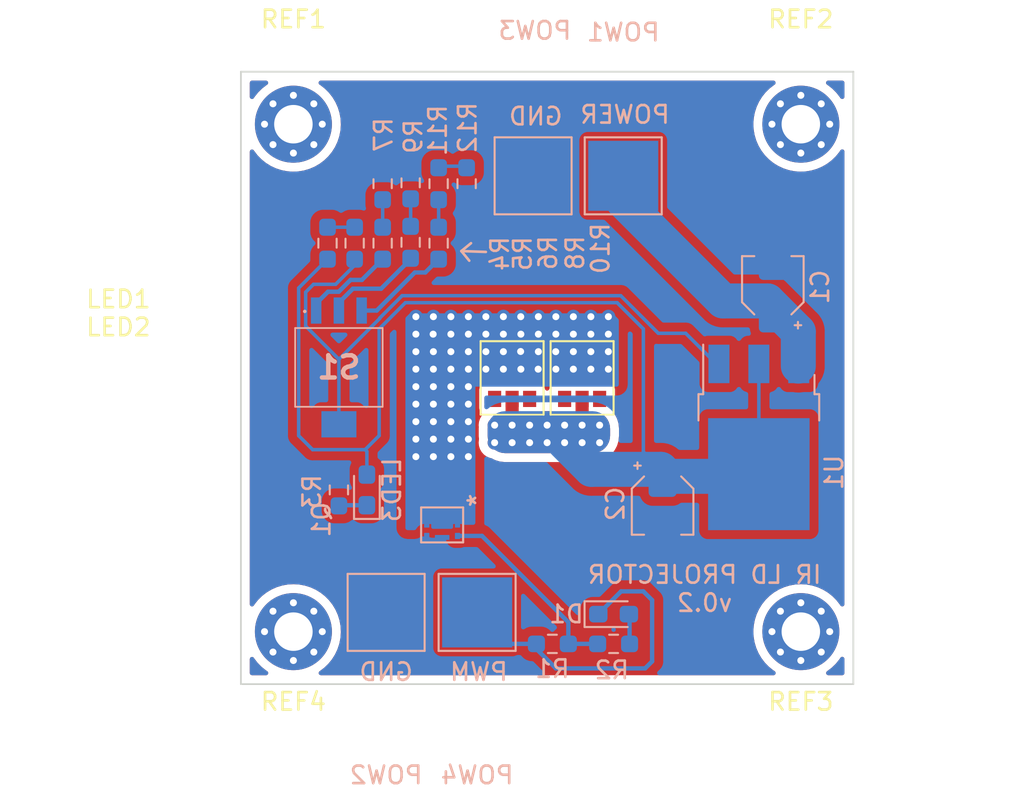
<source format=kicad_pcb>
(kicad_pcb (version 20211014) (generator pcbnew)
  (layers (0 "F.Cu" signal) (31 "B.Cu" signal) (34 "B.Paste" user) (35 "F.Paste" user) (36 "B.SilkS" user "B.Silkscreen") (37 "F.SilkS" user "F.Silkscreen") (38 "B.Mask" user) (39 "F.Mask" user) (44 "Edge.Cuts" user))
  (net 0 "")
  (net 1 "GND")
  (net 2 "Net-(R4-Pad2)")
  (net 3 "Net-(R5-Pad2)")
  (net 4 "Net-(R6-Pad2)")
  (net 5 "Net-(R8-Pad2)")
  (net 6 "Net-(R10-Pad2)")
  (net 7 "Net-(R11-Pad2)")
  (net 8 "/2,4V")
  (net 9 "/2,6V")
  (net 10 "/2,8V")
  (net 11 "/POWER_IN")
  (net 12 "/PWM_IN")
  (net 17 "Net-(R1-Pad2)")
  (net 18 "/IN")
  (net 19 "/OUT")
  (net 20 "Net-(D1-Pad2)")
  (net 21 "Net-(LED3-Pad1)")
  (footprint "MountingHole:MountingHole_2.2mm_M2_Pad_Via" (layer "F.Cu") (at 103 132)
    (fp_text reference "REF4" (at 0 4) (layer "F.SilkS"))
    (fp_text value "MountingHole_2.2mm_M2_Pad_Via")
    (pad "1" thru_hole circle locked (at 1.166726 -1.166726) (size 0.7 0.7) (drill 0.4) (layers *.Cu *.Mask))
    (pad "1" thru_hole circle locked (at -1.65 0) (size 0.7 0.7) (drill 0.4) (layers *.Cu *.Mask))
    (pad "1" thru_hole circle locked (at 0 1.65) (size 0.7 0.7) (drill 0.4) (layers *.Cu *.Mask))
    (pad "1" thru_hole circle locked (at 1.65 0) (size 0.7 0.7) (drill 0.4) (layers *.Cu *.Mask))
    (pad "1" thru_hole circle locked (at 0 -1.65) (size 0.7 0.7) (drill 0.4) (layers *.Cu *.Mask))
    (pad "1" thru_hole circle locked (at 1.166726 1.166726) (size 0.7 0.7) (drill 0.4) (layers *.Cu *.Mask))
    (pad "1" thru_hole circle locked (at -1.166726 1.166726) (size 0.7 0.7) (drill 0.4) (layers *.Cu *.Mask))
    (pad "1" thru_hole circle locked (at -1.166726 -1.166726) (size 0.7 0.7) (drill 0.4) (layers *.Cu *.Mask))
    (pad "1" thru_hole circle locked (at 0 0) (size 4.4 4.4) (drill 2.2) (layers *.Cu *.Mask))
  )
  (footprint "MountingHole:MountingHole_2.2mm_M2_Pad_Via" (layer "F.Cu") (at 103 103)
    (fp_text reference "REF1" (at 0 -6) (layer "F.SilkS"))
    (fp_text value "MountingHole_2.2mm_M2_Pad_Via")
    (pad "1" thru_hole circle locked (at 0 0) (size 4.4 4.4) (drill 2.2) (layers *.Cu *.Mask))
    (pad "1" thru_hole circle locked (at -1.65 0) (size 0.7 0.7) (drill 0.4) (layers *.Cu *.Mask))
    (pad "1" thru_hole circle locked (at -1.166726 1.166726) (size 0.7 0.7) (drill 0.4) (layers *.Cu *.Mask))
    (pad "1" thru_hole circle locked (at 1.65 0) (size 0.7 0.7) (drill 0.4) (layers *.Cu *.Mask))
    (pad "1" thru_hole circle locked (at 0 1.65) (size 0.7 0.7) (drill 0.4) (layers *.Cu *.Mask))
    (pad "1" thru_hole circle locked (at 0 -1.65) (size 0.7 0.7) (drill 0.4) (layers *.Cu *.Mask))
    (pad "1" thru_hole circle locked (at -1.166726 -1.166726) (size 0.7 0.7) (drill 0.4) (layers *.Cu *.Mask))
    (pad "1" thru_hole circle locked (at 1.166726 -1.166726) (size 0.7 0.7) (drill 0.4) (layers *.Cu *.Mask))
    (pad "1" thru_hole circle locked (at 1.166726 1.166726) (size 0.7 0.7) (drill 0.4) (layers *.Cu *.Mask))
  )
  (footprint "Belago1.1:Belago1.1" (layer "F.Cu") (at 119.5 117.5)
    (fp_text reference "LED2" (at -26.5 -2.9 unlocked) (layer "F.SilkS"))
    (fp_text value "Belago1.1")
    (fp_line (start 1.8 2.1) (end 1.8 -2.1) (layer "F.SilkS") (width 0.12))
    (fp_line (start -1.8 -2.1) (end 1.8 -2.1) (layer "F.SilkS") (width 0.12))
    (fp_line (start -1.8 2.1) (end 1.8 2.1) (layer "F.SilkS") (width 0.1))
    (fp_line (start -1.8 2.1) (end -1.8 -2.1) (layer "F.SilkS") (width 0.12))
    (pad "1" smd rect (at -1 1.2) (size 0.75 0.925) (layers "F.Cu" "F.Paste" "F.Mask"))
    (pad "2" smd rect (at 0 1.2) (size 0.75 0.925) (layers "F.Cu" "F.Paste" "F.Mask") (net 18 "/IN"))
    (pad "3" smd rect (at 1 1.2) (size 0.75 0.925) (layers "F.Cu" "F.Paste" "F.Mask"))
    (pad "4" smd rect (at 0 -0.6) (size 2.8 2.025) (layers "F.Cu" "F.Paste" "F.Mask") (net 19 "/OUT"))
  )
  (footprint "MountingHole:MountingHole_2.2mm_M2_Pad_Via" (layer "F.Cu") (at 132 132)
    (fp_text reference "REF3" (at 0 4) (layer "F.SilkS"))
    (fp_text value "MountingHole_2.2mm_M2_Pad_Via")
    (pad "1" thru_hole circle locked (at 0 -1.65) (size 0.7 0.7) (drill 0.4) (layers *.Cu *.Mask))
    (pad "1" thru_hole circle locked (at 1.166726 -1.166726) (size 0.7 0.7) (drill 0.4) (layers *.Cu *.Mask))
    (pad "1" thru_hole circle locked (at 1.65 0) (size 0.7 0.7) (drill 0.4) (layers *.Cu *.Mask))
    (pad "1" thru_hole circle locked (at 1.166726 1.166726) (size 0.7 0.7) (drill 0.4) (layers *.Cu *.Mask))
    (pad "1" thru_hole circle locked (at -1.166726 1.166726) (size 0.7 0.7) (drill 0.4) (layers *.Cu *.Mask))
    (pad "1" thru_hole circle locked (at 0 0) (size 4.4 4.4) (drill 2.2) (layers *.Cu *.Mask))
    (pad "1" thru_hole circle locked (at -1.65 0) (size 0.7 0.7) (drill 0.4) (layers *.Cu *.Mask))
    (pad "1" thru_hole circle locked (at -1.166726 -1.166726) (size 0.7 0.7) (drill 0.4) (layers *.Cu *.Mask))
    (pad "1" thru_hole circle locked (at 0 1.65) (size 0.7 0.7) (drill 0.4) (layers *.Cu *.Mask))
  )
  (footprint "Belago1.1:Belago1.1" (layer "F.Cu") (at 115.5 117.5)
    (fp_text reference "LED1" (at -22.5 -4.5 unlocked) (layer "F.SilkS"))
    (fp_text value "Belago1.1")
    (fp_line (start 1.8 2.1) (end 1.8 -2.1) (layer "F.SilkS") (width 0.12))
    (fp_line (start -1.8 2.1) (end -1.8 -2.1) (layer "F.SilkS") (width 0.12))
    (fp_line (start -1.8 2.1) (end 1.8 2.1) (layer "F.SilkS") (width 0.1))
    (fp_line (start -1.8 -2.1) (end 1.8 -2.1) (layer "F.SilkS") (width 0.12))
    (pad "1" smd rect (at -1 1.2) (size 0.75 0.925) (layers "F.Cu" "F.Paste" "F.Mask"))
    (pad "2" smd rect (at 0 1.2) (size 0.75 0.925) (layers "F.Cu" "F.Paste" "F.Mask") (net 18 "/IN"))
    (pad "3" smd rect (at 1 1.2) (size 0.75 0.925) (layers "F.Cu" "F.Paste" "F.Mask"))
    (pad "4" smd rect (at 0 -0.6) (size 2.8 2.025) (layers "F.Cu" "F.Paste" "F.Mask") (net 19 "/OUT"))
  )
  (footprint "MountingHole:MountingHole_2.2mm_M2_Pad_Via" (layer "F.Cu") (at 132 103)
    (fp_text reference "REF2" (at 0 -6) (layer "F.SilkS"))
    (fp_text value "MountingHole_2.2mm_M2_Pad_Via")
    (pad "1" thru_hole circle locked (at -1.166726 -1.166726) (size 0.7 0.7) (drill 0.4) (layers *.Cu *.Mask))
    (pad "1" thru_hole circle locked (at 1.166726 1.166726) (size 0.7 0.7) (drill 0.4) (layers *.Cu *.Mask))
    (pad "1" thru_hole circle locked (at 1.166726 -1.166726) (size 0.7 0.7) (drill 0.4) (layers *.Cu *.Mask))
    (pad "1" thru_hole circle locked (at -1.166726 1.166726) (size 0.7 0.7) (drill 0.4) (layers *.Cu *.Mask))
    (pad "1" thru_hole circle locked (at 0 0) (size 4.4 4.4) (drill 2.2) (layers *.Cu *.Mask))
    (pad "1" thru_hole circle locked (at 0 -1.65) (size 0.7 0.7) (drill 0.4) (layers *.Cu *.Mask))
    (pad "1" thru_hole circle locked (at 0 1.65) (size 0.7 0.7) (drill 0.4) (layers *.Cu *.Mask))
    (pad "1" thru_hole circle locked (at 1.65 0) (size 0.7 0.7) (drill 0.4) (layers *.Cu *.Mask))
    (pad "1" thru_hole circle locked (at -1.65 0) (size 0.7 0.7) (drill 0.4) (layers *.Cu *.Mask))
  )
  (footprint "Resistor_SMD:R_0603_1608Metric_Pad0.98x0.95mm_HandSolder" (layer "B.Cu") (at 109.7 109.75 90)
    (fp_text reference "R8" (at -0.6 9.4 270) (layer "B.SilkS") (effects (justify mirror)))
    (fp_text value "1k")
    (fp_line (start -0.254724 -0.5225) (end 0.254724 -0.5225) (layer "B.SilkS") (width 0.12))
    (fp_line (start -0.254724 0.5225) (end 0.254724 0.5225) (layer "B.SilkS") (width 0.12))
    (pad "1" smd roundrect locked (at -0.9125 0 90) (size 0.975 0.95) (layers "B.Cu" "B.Paste" "B.Mask") (net 9 "/2,6V"))
    (pad "2" smd roundrect locked (at 0.9125 0 90) (size 0.975 0.95) (layers "B.Cu" "B.Paste" "B.Mask") (net 5 "Net-(R8-Pad2)"))
  )
  (footprint "Resistor_SMD:R_0603_1608Metric_Pad0.98x0.95mm_HandSolder" (layer "B.Cu") (at 121.3 132.7 180)
    (fp_text reference "R2" (at 0.1 -1.5) (layer "B.SilkS") (effects (justify mirror)))
    (fp_text value "0")
    (fp_line (start -0.254724 -0.5225) (end 0.254724 -0.5225) (layer "B.SilkS") (width 0.12))
    (fp_line (start -0.254724 0.5225) (end 0.254724 0.5225) (layer "B.SilkS") (width 0.12))
    (pad "1" smd roundrect locked (at -0.9125 0 180) (size 0.975 0.95) (layers "B.Cu" "B.Paste" "B.Mask") (net 20 "Net-(D1-Pad2)"))
    (pad "2" smd roundrect locked (at 0.9125 0 180) (size 0.975 0.95) (layers "B.Cu" "B.Paste" "B.Mask") (net 17 "Net-(R1-Pad2)"))
  )
  (footprint "Resistor_SMD:R_0603_1608Metric_Pad0.98x0.95mm_HandSolder" (layer "B.Cu") (at 111.3 106.4 90)
    (fp_text reference "R11" (at 3.05 -0.05 270) (layer "B.SilkS") (effects (justify mirror)))
    (fp_text value "200")
    (fp_line (start -0.254724 -0.5225) (end 0.254724 -0.5225) (layer "B.SilkS") (width 0.12))
    (fp_line (start -0.254724 0.5225) (end 0.254724 0.5225) (layer "B.SilkS") (width 0.12))
    (pad "1" smd roundrect locked (at -0.9125 0 90) (size 0.975 0.95) (layers "B.Cu" "B.Paste" "B.Mask") (net 6 "Net-(R10-Pad2)"))
    (pad "2" smd roundrect locked (at 0.9125 0 90) (size 0.975 0.95) (layers "B.Cu" "B.Paste" "B.Mask") (net 7 "Net-(R11-Pad2)"))
  )
  (footprint "Diode_SMD:D_0603_1608Metric_Pad1.05x0.95mm_HandSolder" (layer "B.Cu") (at 107.2 123.9 90)
    (fp_text reference "LED3" (at 0 1.43 90) (layer "B.SilkS") (effects (justify mirror)))
    (fp_text value "GREEN")
    (fp_line (start -1.66 0.735) (end -1.66 -0.735) (layer "B.SilkS") (width 0.12))
    (fp_line (start -1.66 -0.735) (end 0.8 -0.735) (layer "B.SilkS") (width 0.12))
    (fp_line (start 0.8 0.735) (end -1.66 0.735) (layer "B.SilkS") (width 0.12))
    (pad "1" smd roundrect locked (at -0.875 0 90) (size 1.05 0.95) (layers "B.Cu" "B.Paste" "B.Mask") (net 21 "Net-(LED3-Pad1)"))
    (pad "2" smd roundrect locked (at 0.875 0 90) (size 1.05 0.95) (layers "B.Cu" "B.Paste" "B.Mask") (net 18 "/IN"))
  )
  (footprint "Resistor_SMD:R_0603_1608Metric_Pad0.98x0.95mm_HandSolder" (layer "B.Cu") (at 117.8 132.7)
    (fp_text reference "R1" (at 0 1.43) (layer "B.SilkS") (effects (justify mirror)))
    (fp_text value "1k")
    (fp_line (start -0.254724 0.5225) (end 0.254724 0.5225) (layer "B.SilkS") (width 0.12))
    (fp_line (start -0.254724 -0.5225) (end 0.254724 -0.5225) (layer "B.SilkS") (width 0.12))
    (pad "1" smd roundrect locked (at -0.9125 0) (size 0.975 0.95) (layers "B.Cu" "B.Paste" "B.Mask") (net 12 "/PWM_IN"))
    (pad "2" smd roundrect locked (at 0.9125 0) (size 0.975 0.95) (layers "B.Cu" "B.Paste" "B.Mask") (net 17 "Net-(R1-Pad2)"))
  )
  (footprint "footprints:TestPoint_Pad_4.0x4.0mm" (layer "B.Cu") (at 121.85 105.95 180)
    (fp_text reference "POW1" (at 0 8.2) (layer "B.SilkS") (effects (justify mirror)))
    (fp_text value "TestPoint_Flag")
    (fp_line (start -2.2 2.2) (end 2.2 2.2) (layer "B.SilkS") (width 0.12))
    (fp_line (start 2.2 -2.2) (end -2.2 -2.2) (layer "B.SilkS") (width 0.12))
    (fp_line (start 2.2 2.2) (end 2.2 -2.2) (layer "B.SilkS") (width 0.12))
    (fp_line (start -2.2 -2.2) (end -2.2 2.2) (layer "B.SilkS") (width 0.12))
    (pad "1" smd rect locked (at 0 0 180) (size 4 4) (layers "B.Cu" "B.Mask") (net 11 "/POWER_IN"))
  )
  (footprint "IRL100HS121:PQFN 2mm x 2mm" (layer "B.Cu") (at 111.5 125.6 -90)
    (fp_text reference "Q1" (at 0 6.9 90 unlocked) (layer "B.SilkS") (effects (justify mirror)))
    (fp_text value "Q_NMOS_DGS")
    (fp_text user "*" (at -1.1 -2 90 unlocked) (layer "B.SilkS") (effects (justify mirror)))
    (fp_line (start -0.7 -1.2) (end -0.7 1.2) (layer "B.SilkS") (width 0.12))
    (fp_line (start 1.3 1.2) (end 1.3 -1.2) (layer "B.SilkS") (width 0.12))
    (fp_line (start -0.7 1.2) (end 1.3 1.2) (layer "B.SilkS") (width 0.12))
    (fp_line (start 1.3 -1.2) (end -0.7 -1.2) (layer "B.SilkS") (width 0.12))
    (pad "1" smd roundrect (at -0.37 -0.88 270) (size 0.35 0.3) (layers "B.Cu" "B.Paste" "B.Mask") (roundrect_rratio 0.1) (net 19 "/OUT"))
    (pad "2" smd roundrect (at 0.28 -0.88 270) (size 0.35 0.3) (layers "B.Cu" "B.Paste" "B.Mask") (roundrect_rratio 0.1) (net 19 "/OUT"))
    (pad "3" smd roundrect (at 0.93 -0.88 270) (size 0.35 0.3) (layers "B.Cu" "B.Paste" "B.Mask") (roundrect_rratio 0.1) (net 17 "Net-(R1-Pad2)"))
    (pad "4" smd roundrect (at 0.93 0.88 270) (size 0.35 0.3) (layers "B.Cu" "B.Paste" "B.Mask") (roundrect_rratio 0.1) (net 1 "GND"))
    (pad "5" smd roundrect (at 0.28 0.88 270) (size 0.35 0.3) (layers "B.Cu" "B.Paste" "B.Mask") (roundrect_rratio 0.1) (net 19 "/OUT"))
    (pad "6" smd roundrect (at -0.4 0.88 270) (size 0.35 0.3) (layers "B.Cu" "B.Paste" "B.Mask") (roundrect_rratio 0.1) (net 19 "/OUT"))
    (pad "7" smd roundrect (at 0 0 270) (size 1.05 1.25) (layers "B.Cu" "B.Paste" "B.Mask") (roundrect_rratio 0.1) (net 19 "/OUT"))
    (pad "8" smd roundrect (at 1.015 0 270) (size 0.28 0.83) (layers "B.Cu" "B.Paste" "B.Mask") (roundrect_rratio 0.1) (net 1 "GND"))
  )
  (footprint "Capacitor_SMD:CP_Elec_3x5.4" (layer "B.Cu") (at 130.4 112.3 90)
    (fp_text reference "C1" (at 0 2.7 270) (layer "B.SilkS") (effects (justify mirror)))
    (fp_text value "10µF")
    (fp_line (start -0.870563 1.76) (end 1.76 1.76) (layer "B.SilkS") (width 0.12))
    (fp_line (start -2.1875 1.6225) (end -2.1875 1.2475) (layer "B.SilkS") (width 0.12))
    (fp_line (start -1.570563 1.06) (end -0.870563 1.76) (layer "B.SilkS") (width 0.12))
    (fp_line (start -0.870563 -1.76) (end 1.76 -1.76) (layer "B.SilkS") (width 0.12))
    (fp_line (start 1.76 1.76) (end 1.76 1.06) (layer "B.SilkS") (width 0.12))
    (fp_line (start -1.570563 -1.06) (end -0.870563 -1.76) (layer "B.SilkS") (width 0.12))
    (fp_line (start -2.375 1.435) (end -2 1.435) (layer "B.SilkS") (width 0.12))
    (fp_line (start 1.76 -1.76) (end 1.76 -1.06) (layer "B.SilkS") (width 0.12))
    (pad "1" smd roundrect locked (at -1.5 0 90) (size 2.2 1.6) (layers "B.Cu" "B.Paste" "B.Mask") (roundrect_rratio 0.15625) (net 11 "/POWER_IN"))
    (pad "2" smd roundrect locked (at 1.5 0 90) (size 2.2 1.6) (layers "B.Cu" "B.Paste" "B.Mask") (roundrect_rratio 0.15625) (net 1 "GND"))
  )
  (footprint "Diode_SMD:D_0603_1608Metric_Pad1.05x0.95mm_HandSolder" (layer "B.Cu") (at 121.3 131)
    (fp_text reference "D1" (at -2.7 0) (layer "B.SilkS") (effects (justify mirror)))
    (fp_text value "BAT48, 40 V")
    (fp_line (start 0.8 0.735) (end -1.66 0.735) (layer "B.SilkS") (width 0.12))
    (fp_line (start -1.66 -0.735) (end 0.8 -0.735) (layer "B.SilkS") (width 0.12))
    (fp_line (start -1.66 0.735) (end -1.66 -0.735) (layer "B.SilkS") (width 0.12))
    (pad "1" smd roundrect locked (at -0.875 0) (size 1.05 0.95) (layers "B.Cu" "B.Paste" "B.Mask") (net 12 "/PWM_IN"))
    (pad "2" smd roundrect locked (at 0.875 0) (size 1.05 0.95) (layers "B.Cu" "B.Paste" "B.Mask") (net 20 "Net-(D1-Pad2)"))
  )
  (footprint "Resistor_SMD:R_0603_1608Metric_Pad0.98x0.95mm_HandSolder" (layer "B.Cu") (at 106.5 109.8 -90)
    (fp_text reference "R5" (at 0.6 -9.6 90) (layer "B.SilkS") (effects (justify mirror)))
    (fp_text value "100")
    (fp_line (start -0.254724 0.5225) (end 0.254724 0.5225) (layer "B.SilkS") (width 0.12))
    (fp_line (start -0.254724 -0.5225) (end 0.254724 -0.5225) (layer "B.SilkS") (width 0.12))
    (pad "1" smd roundrect locked (at -0.9125 0 270) (size 0.975 0.95) (layers "B.Cu" "B.Paste" "B.Mask") (net 2 "Net-(R4-Pad2)"))
    (pad "2" smd roundrect locked (at 0.9125 0 270) (size 0.975 0.95) (layers "B.Cu" "B.Paste" "B.Mask") (net 3 "Net-(R5-Pad2)"))
  )
  (footprint "Package_TO_SOT_SMD:TO-252-3_TabPin2" (layer "B.Cu") (at 129.6 120.9 -90)
    (fp_text reference "U1" (at 2 -4.3 90) (layer "B.SilkS") (effects (justify mirror)))
    (fp_text value "AZ1084-ADJ")
    (fp_line (start -0.97 3.45) (end -2.47 3.45) (layer "B.SilkS") (width 0.12))
    (fp_line (start -2.47 3.18) (end -5.3 3.18) (layer "B.SilkS") (width 0.12))
    (fp_line (start -0.97 -3.45) (end -2.47 -3.45) (layer "B.SilkS") (width 0.12))
    (fp_line (start -2.47 -3.18) (end -3.57 -3.18) (layer "B.SilkS") (width 0.12))
    (fp_line (start -2.47 -3.45) (end -2.47 -3.18) (layer "B.SilkS") (width 0.12))
    (fp_line (start -2.47 3.45) (end -2.47 3.18) (layer "B.SilkS") (width 0.12))
    (pad "1" smd rect locked (at -4.2 2.28 270) (size 2.2 1.2) (layers "B.Cu" "B.Paste" "B.Mask") (net 3 "Net-(R5-Pad2)"))
    (pad "2" smd rect locked (at 2.1 0 270) (size 6.4 5.8) (layers "B.Cu" "B.Mask") (net 18 "/IN"))
    (pad "2" smd rect locked (at -4.2 0 270) (size 2.2 1.2) (layers "B.Cu" "B.Paste" "B.Mask") (net 18 "/IN"))
    (pad "3" smd rect locked (at -4.2 -2.28 270) (size 2.2 1.2) (layers "B.Cu" "B.Paste" "B.Mask") (net 11 "/POWER_IN"))
  )
  (footprint "Resistor_SMD:R_0603_1608Metric_Pad0.98x0.95mm_HandSolder" (layer "B.Cu") (at 111.3 109.8 90)
    (fp_text reference "R10" (at -0.3 9.25 270) (layer "B.SilkS") (effects (justify mirror)))
    (fp_text value "1k")
    (fp_line (start -0.254724 0.5225) (end 0.254724 0.5225) (layer "B.SilkS") (width 0.12))
    (fp_line (start -0.254724 -0.5225) (end 0.254724 -0.5225) (layer "B.SilkS") (width 0.12))
    (pad "1" smd roundrect locked (at -0.9125 0 90) (size 0.975 0.95) (layers "B.Cu" "B.Paste" "B.Mask") (net 10 "/2,8V"))
    (pad "2" smd roundrect locked (at 0.9125 0 90) (size 0.975 0.95) (layers "B.Cu" "B.Paste" "B.Mask") (net 6 "Net-(R10-Pad2)"))
  )
  (footprint "Resistor_SMD:R_0603_1608Metric_Pad0.98x0.95mm_HandSolder" (layer "B.Cu") (at 108.1 109.8 90)
    (fp_text reference "R6" (at -0.55 9.45 270) (layer "B.SilkS") (effects (justify mirror)))
    (fp_text value "1k")
    (fp_line (start -0.254724 -0.5225) (end 0.254724 -0.5225) (layer "B.SilkS") (width 0.12))
    (fp_line (start -0.254724 0.5225) (end 0.254724 0.5225) (layer "B.SilkS") (width 0.12))
    (pad "1" smd roundrect locked (at -0.9125 0 90) (size 0.975 0.95) (layers "B.Cu" "B.Paste" "B.Mask") (net 8 "/2,4V"))
    (pad "2" smd roundrect locked (at 0.9125 0 90) (size 0.975 0.95) (layers "B.Cu" "B.Paste" "B.Mask") (net 4 "Net-(R6-Pad2)"))
  )
  (footprint "Capacitor_SMD:CP_Elec_3x5.4" (layer "B.Cu") (at 124.1 124.7 -90)
    (fp_text reference "C2" (at 0 2.7 90) (layer "B.SilkS") (effects (justify mirror)))
    (fp_text value "22µF")
    (fp_line (start -0.870563 1.76) (end 1.76 1.76) (layer "B.SilkS") (width 0.12))
    (fp_line (start 1.76 1.76) (end 1.76 1.06) (layer "B.SilkS") (width 0.12))
    (fp_line (start -0.870563 -1.76) (end 1.76 -1.76) (layer "B.SilkS") (width 0.12))
    (fp_line (start -1.570563 1.06) (end -0.870563 1.76) (layer "B.SilkS") (width 0.12))
    (fp_line (start 1.76 -1.76) (end 1.76 -1.06) (layer "B.SilkS") (width 0.12))
    (fp_line (start -2.375 1.435) (end -2 1.435) (layer "B.SilkS") (width 0.12))
    (fp_line (start -2.1875 1.6225) (end -2.1875 1.2475) (layer "B.SilkS") (width 0.12))
    (fp_line (start -1.570563 -1.06) (end -0.870563 -1.76) (layer "B.SilkS") (width 0.12))
    (pad "1" smd roundrect locked (at -1.5 0 270) (size 2.2 1.6) (layers "B.Cu" "B.Paste" "B.Mask") (roundrect_rratio 0.15625) (net 18 "/IN"))
    (pad "2" smd roundrect locked (at 1.5 0 270) (size 2.2 1.6) (layers "B.Cu" "B.Paste" "B.Mask") (roundrect_rratio 0.15625) (net 1 "GND"))
  )
  (footprint "footprints:TestPoint_Pad_4.0x4.0mm" (layer "B.Cu") (at 116.7 105.95 180)
    (fp_text reference "POW3" (at -0.1 8.3) (layer "B.SilkS") (effects (justify mirror)))
    (fp_text value "TestPoint_Flag")
    (fp_line (start 2.2 -2.2) (end -2.2 -2.2) (layer "B.SilkS") (width 0.12))
    (fp_line (start -2.2 2.2) (end 2.2 2.2) (layer "B.SilkS") (width 0.12))
    (fp_line (start 2.2 2.2) (end 2.2 -2.2) (layer "B.SilkS") (width 0.12))
    (fp_line (start -2.2 -2.2) (end -2.2 2.2) (layer "B.SilkS") (width 0.12))
    (pad "1" smd rect locked (at 0 0 180) (size 4 4) (layers "B.Cu" "B.Mask") (net 1 "GND"))
  )
  (footprint "Resistor_SMD:R_0603_1608Metric_Pad0.98x0.95mm_HandSolder" (layer "B.Cu") (at 108.1 106.4 90)
    (fp_text reference "R7" (at 2.8 0.05 270) (layer "B.SilkS") (effects (justify mirror)))
    (fp_text value "19,6")
    (fp_line (start -0.254724 -0.5225) (end 0.254724 -0.5225) (layer "B.SilkS") (width 0.12))
    (fp_line (start -0.254724 0.5225) (end 0.254724 0.5225) (layer "B.SilkS") (width 0.12))
    (pad "1" smd roundrect locked (at -0.9125 0 90) (size 0.975 0.95) (layers "B.Cu" "B.Paste" "B.Mask") (net 4 "Net-(R6-Pad2)"))
    (pad "2" smd roundrect locked (at 0.9125 0 90) (size 0.975 0.95) (layers "B.Cu" "B.Paste" "B.Mask") (net 1 "GND"))
  )
  (footprint "Resistor_SMD:R_0603_1608Metric_Pad0.98x0.95mm_HandSolder" (layer "B.Cu") (at 105.6 123.9 90)
    (fp_text reference "R3" (at -0.1 -1.54 90) (layer "B.SilkS") (effects (justify mirror)))
    (fp_text value "130R")
    (fp_line (start -0.254724 0.5225) (end 0.254724 0.5225) (layer "B.SilkS") (width 0.12))
    (fp_line (start -0.254724 -0.5225) (end 0.254724 -0.5225) (layer "B.SilkS") (width 0.12))
    (pad "1" smd roundrect locked (at -0.9125 0 90) (size 0.975 0.95) (layers "B.Cu" "B.Paste" "B.Mask") (net 21 "Net-(LED3-Pad1)"))
    (pad "2" smd roundrect locked (at 0.9125 0 90) (size 0.975 0.95) (layers "B.Cu" "B.Paste" "B.Mask") (net 1 "GND"))
  )
  (footprint "Resistor_SMD:R_0603_1608Metric_Pad0.98x0.95mm_HandSolder" (layer "B.Cu") (at 112.9 106.4 -90)
    (fp_text reference "R12" (at -3.2 -0.05 90) (layer "B.SilkS") (effects (justify mirror)))
    (fp_text value "200")
    (fp_line (start -0.254724 -0.5225) (end 0.254724 -0.5225) (layer "B.SilkS") (width 0.12))
    (fp_line (start -0.254724 0.5225) (end 0.254724 0.5225) (layer "B.SilkS") (width 0.12))
    (pad "1" smd roundrect locked (at -0.9125 0 270) (size 0.975 0.95) (layers "B.Cu" "B.Paste" "B.Mask") (net 7 "Net-(R11-Pad2)"))
    (pad "2" smd roundrect locked (at 0.9125 0 270) (size 0.975 0.95) (layers "B.Cu" "B.Paste" "B.Mask") (net 1 "GND"))
  )
  (footprint "footprints:TestPoint_Pad_4.0x4.0mm" (layer "B.Cu") (at 113.5 130.9 180)
    (fp_text reference "POW4" (at 0 -9.3) (layer "B.SilkS") (effects (justify mirror)))
    (fp_text value "TestPoint_Flag")
    (fp_line (start -2.2 -2.2) (end -2.2 2.2) (layer "B.SilkS") (width 0.12))
    (fp_line (start 2.2 2.2) (end 2.2 -2.2) (layer "B.SilkS") (width 0.12))
    (fp_line (start 2.2 -2.2) (end -2.2 -2.2) (layer "B.SilkS") (width 0.12))
    (fp_line (start -2.2 2.2) (end 2.2 2.2) (layer "B.SilkS") (width 0.12))
    (pad "1" smd rect locked (at 0 0 180) (size 4 4) (layers "B.Cu" "B.Mask") (net 12 "/PWM_IN"))
  )
  (footprint "Resistor_SMD:R_0603_1608Metric_Pad0.98x0.95mm_HandSolder" (layer "B.Cu") (at 109.7 106.35 90)
    (fp_text reference "R9" (at 2.65 0.15 270) (layer "B.SilkS") (effects (justify mirror)))
    (fp_text value "200")
    (fp_line (start -0.254724 -0.5225) (end 0.254724 -0.5225) (layer "B.SilkS") (width 0.12))
    (fp_line (start -0.254724 0.5225) (end 0.254724 0.5225) (layer "B.SilkS") (width 0.12))
    (pad "1" smd roundrect locked (at -0.9125 0 90) (size 0.975 0.95) (layers "B.Cu" "B.Paste" "B.Mask") (net 5 "Net-(R8-Pad2)"))
    (pad "2" smd roundrect locked (at 0.9125 0 90) (size 0.975 0.95) (layers "B.Cu" "B.Paste" "B.Mask") (net 1 "GND"))
  )
  (footprint "footprints:TestPoint_Pad_4.0x4.0mm" (layer "B.Cu") (at 108.3 130.9 180)
    (fp_text reference "POW2" (at 0 -9.3) (layer "B.SilkS") (effects (justify mirror)))
    (fp_text value "TestPoint_Flag")
    (fp_line (start -2.2 2.2) (end 2.2 2.2) (layer "B.SilkS") (width 0.12))
    (fp_line (start 2.2 2.2) (end 2.2 -2.2) (layer "B.SilkS") (width 0.12))
    (fp_line (start -2.2 -2.2) (end -2.2 2.2) (layer "B.SilkS") (width 0.12))
    (fp_line (start 2.2 -2.2) (end -2.2 -2.2) (layer "B.SilkS") (width 0.12))
    (pad "1" smd rect locked (at 0 0 180) (size 4 4) (layers "B.Cu" "B.Mask") (net 1 "GND"))
  )
  (footprint "Resistor_SMD:R_0603_1608Metric_Pad0.98x0.95mm_HandSolder" (layer "B.Cu") (at 104.95 109.8 90)
    (fp_text reference "R4" (at -0.6 9.85 90) (layer "B.SilkS") (effects (justify mirror)))
    (fp_text value "1k")
    (fp_line (start -0.254724 -0.5225) (end 0.254724 -0.5225) (layer "B.SilkS") (width 0.12))
    (fp_line (start -0.254724 0.5225) (end 0.254724 0.5225) (layer "B.SilkS") (width 0.12))
    (pad "1" smd roundrect locked (at -0.9125 0 90) (size 0.975 0.95) (layers "B.Cu" "B.Paste" "B.Mask") (net 18 "/IN"))
    (pad "2" smd roundrect locked (at 0.9125 0 90) (size 0.975 0.95) (layers "B.Cu" "B.Paste" "B.Mask") (net 2 "Net-(R4-Pad2)"))
  )
  (footprint "CS-4-13NTB:CS413NTB" (layer "B.Cu") (at 105.6 116.9)
    (fp_text reference "S1" (at 0 0) (layer "B.SilkS") (effects (font (size 1.27 1.27) (thickness 0.254)) (justify mirror)))
    (fp_text value "CS-4-13NTB" hide)
    (fp_line (start -2 -3.2) (end -2 -3.2) (layer "B.SilkS") (width 0.1))
    (fp_line (start 2.5 2.25) (end 2.5 -2.25) (layer "B.SilkS") (width 0.1))
    (fp_line (start -1.9 -3.2) (end -1.9 -3.2) (layer "B.SilkS") (width 0.1))
    (fp_line (start -2.5 -2.25) (end -2.5 2.25) (layer "B.SilkS") (width 0.1))
    (fp_line (start -2.5 2.25) (end 2.5 2.25) (layer "B.SilkS") (width 0.1))
    (fp_line (start 2.5 -2.25) (end -2.5 -2.25) (layer "B.SilkS") (width 0.1))
    (fp_arc (start -2 -3.2) (mid -1.95 -3.25) (end -1.9 -3.2) (layer "B.SilkS") (width 0.1))
    (fp_arc (start -1.9 -3.2) (mid -1.95 -3.15) (end -2 -3.2) (layer "B.SilkS") (width 0.1))
    (pad "1" smd rect locked (at -1.3 -3.25) (size 0.6 1.5) (layers "B.Cu" "B.Paste" "B.Mask") (net 8 "/2,4V"))
    (pad "2" smd rect locked (at 0 -3.25) (size 0.6 1.5) (layers "B.Cu" "B.Paste" "B.Mask") (net 9 "/2,6V"))
    (pad "3" smd rect locked (at 1.3 -3.25) (size 0.6 1.5) (layers "B.Cu" "B.Paste" "B.Mask") (net 10 "/2,8V"))
    (pad "4" smd rect locked (at 0 3.25 270) (size 1.5 2) (layers "B.Cu" "B.Paste" "B.Mask") (net 3 "Net-(R5-Pad2)"))
  )
  (gr_line (start 112.6 110.25) (end 113.15 109.8) (layer "B.SilkS") (width 0.15))
  (gr_line (start 112.6 110.25) (end 113.05 110.8) (layer "B.SilkS") (width 0.15))
  (gr_line (start 114 110.3) (end 112.6 110.25) (layer "B.SilkS") (width 0.15))
  (gr_line (start 135 135) (end 135 100) (layer "Edge.Cuts") (width 0.1))
  (gr_line (start 100 135) (end 135 135) (layer "Edge.Cuts") (width 0.1))
  (gr_line (start 100 100) (end 100 135) (layer "Edge.Cuts") (width 0.1))
  (gr_line (start 100 100) (end 135 100) (layer "Edge.Cuts") (width 0.1))
  (gr_text "POWER" (at 121.95 102.45) (layer "B.SilkS") (effects (font (size 1 1)) (justify mirror)))
  (gr_text "IR LD PROJECTOR\nv0.2" (at 126.5 129.55) (layer "B.SilkS") (effects (font (size 1 1)) (justify mirror)))
  (gr_text "GND" (at 108.3 134.3) (layer "B.SilkS") (effects (font (size 1 1)) (justify mirror)))
  (gr_text "GND" (at 116.85 102.55) (layer "B.SilkS") (effects (font (size 1 1)) (justify mirror)))
  (gr_text "PWM" (at 113.6 134.299999) (layer "B.SilkS") (effects (font (size 1 1)) (justify mirror)))
  (segment (start 106.5 108.8875) (end 104.95 108.8875) (width 0.2) (layer "B.Cu") (net 2))
  (segment (start 104.150008 112.15097) (end 105.41295 112.15097) (width 0.2) (layer "B.Cu") (net 3))
  (segment (start 109.212862 112.8) (end 107.938343 114.074519) (width 0.2) (layer "B.Cu") (net 3))
  (segment (start 127.295 116.825) (end 125.41904 114.94904) (width 0.2) (layer "B.Cu") (net 3))
  (segment (start 103.700489 112.600489) (end 104.150008 112.15097) (width 0.2) (layer "B.Cu") (net 3))
  (segment (start 105.41295 112.15097) (end 106.5 111.06392) (width 0.2) (layer "B.Cu") (net 3))
  (segment (start 103.700489 114.535483) (end 103.700489 112.600489) (width 0.2) (layer "B.Cu") (net 3))
  (segment (start 123.854384 114.94904) (end 121.705344 112.8) (width 0.2) (layer "B.Cu") (net 3))
  (segment (start 107.938343 114.096651) (end 105.6 116.434994) (width 0.2) (layer "B.Cu") (net 3))
  (segment (start 107.938343 114.074519) (end 107.938343 114.096651) (width 0.2) (layer "B.Cu") (net 3))
  (segment (start 106.5 111.06392) (end 106.5 110.7125) (width 0.2) (layer "B.Cu") (net 3))
  (segment (start 105.6 116.434994) (end 103.700489 114.535483) (width 0.2) (layer "B.Cu") (net 3))
  (segment (start 125.41904 114.94904) (end 123.854384 114.94904) (width 0.2) (layer "B.Cu") (net 3))
  (segment (start 105.6 116.434994) (end 105.6 120.15) (width 0.2) (layer "B.Cu") (net 3))
  (segment (start 121.705344 112.8) (end 109.212862 112.8) (width 0.2) (layer "B.Cu") (net 3))
  (segment (start 108.1 107.4) (end 108.1 108.8875) (width 0.2) (layer "B.Cu") (net 4))
  (segment (start 109.7 107.4) (end 109.7 108.8875) (width 0.2) (layer "B.Cu") (net 5))
  (segment (start 111.3 107.4) (end 111.3 108.8875) (width 0.2) (layer "B.Cu") (net 6))
  (segment (start 111.3 105.4) (end 112.8125 105.4) (width 0.2) (layer "B.Cu") (net 7))
  (segment (start 112.8125 105.4) (end 112.9 105.4875) (width 0.2) (layer "B.Cu") (net 7))
  (segment (start 104.3 113.65) (end 104.3 113.250978) (width 0.25) (layer "B.Cu") (net 8))
  (segment (start 104.3 113.250978) (end 104.975489 112.575489) (width 0.25) (layer "B.Cu") (net 8))
  (segment (start 104.975489 112.575489) (end 105.588793 112.575489) (width 0.25) (layer "B.Cu") (net 8))
  (segment (start 105.588793 112.575489) (end 106.264282 111.9) (width 0.25) (layer "B.Cu") (net 8))
  (segment (start 106.264282 111.9) (end 106.9125 111.9) (width 0.25) (layer "B.Cu") (net 8))
  (segment (start 106.9125 111.9) (end 108.1 110.7125) (width 0.25) (layer "B.Cu") (net 8))
  (segment (start 105.6 113.65) (end 105.6 113.2) (width 0.25) (layer "B.Cu") (net 9))
  (segment (start 105.6 113.2) (end 106.4 112.4) (width 0.25) (layer "B.Cu") (net 9))
  (segment (start 108.0125 112.4) (end 109.7 110.7125) (width 0.25) (layer "B.Cu") (net 9))
  (segment (start 106.4 112.4) (end 108.0125 112.4) (width 0.25) (layer "B.Cu") (net 9))
  (segment (start 109.93798 111.47452) (end 110.53798 111.47452) (width 0.25) (layer "B.Cu") (net 10))
  (segment (start 110.53798 111.47452) (end 111.3 110.7125) (width 0.25) (layer "B.Cu") (net 10))
  (segment (start 107.7625 113.65) (end 109.93798 111.47452) (width 0.25) (layer "B.Cu") (net 10))
  (segment (start 106.9 113.65) (end 107.7625 113.65) (width 0.25) (layer "B.Cu") (net 10))
  (segment (start 131.855 114.855978) (end 130.098542 113.09952) (width 2) (layer "B.Cu") (net 11))
  (segment (start 121.85 107.4) (end 121.85 105.95) (width 2) (layer "B.Cu") (net 11))
  (segment (start 127.54952 113.09952) (end 121.85 107.4) (width 2) (layer "B.Cu") (net 11))
  (segment (start 131.855 116.825) (end 131.855 114.855978) (width 2) (layer "B.Cu") (net 11))
  (segment (start 130.098542 113.09952) (end 127.54952 113.09952) (width 2) (layer "B.Cu") (net 11))
  (segment (start 116.8875 132.9875) (end 118 134.1) (width 0.25) (layer "B.Cu") (net 12))
  (segment (start 115.3 132.7) (end 113.5 130.9) (width 0.25) (layer "B.Cu") (net 12))
  (segment (start 118 134.1) (end 123.1 134.1) (width 0.25) (layer "B.Cu") (net 12))
  (segment (start 116.8875 132.7) (end 115.3 132.7) (width 0.25) (layer "B.Cu") (net 12))
  (segment (start 121.725 129.7) (end 120.425 131) (width 0.25) (layer "B.Cu") (net 12))
  (segment (start 123.5 130.2) (end 123 129.7) (width 0.25) (layer "B.Cu") (net 12))
  (segment (start 123.1 134.1) (end 123.5 133.7) (width 0.25) (layer "B.Cu") (net 12))
  (segment (start 123 129.7) (end 121.725 129.7) (width 0.25) (layer "B.Cu") (net 12))
  (segment (start 116.8875 132.7) (end 116.8875 132.9875) (width 0.25) (layer "B.Cu") (net 12))
  (segment (start 123.5 133.7) (end 123.5 130.2) (width 0.25) (layer "B.Cu") (net 12))
  (segment (start 118.7125 131.463478) (end 113.779022 126.53) (width 0.25) (layer "B.Cu") (net 17))
  (segment (start 113.779022 126.53) (end 112.38 126.53) (width 0.25) (layer "B.Cu") (net 17))
  (segment (start 118.7125 132.7) (end 118.7125 131.463478) (width 0.25) (layer "B.Cu") (net 17))
  (segment (start 118.7125 132.7) (end 120.3875 132.7) (width 0.25) (layer "B.Cu") (net 17))
  (segment (start 119.5 120.2) (end 119.5 118.7) (width 0.75) (layer "F.Cu") (net 18))
  (segment (start 115.5 120.2) (end 115.5 118.7) (width 0.75) (layer "F.Cu") (net 18))
  (via (at 119.5 121.2) (size 0.8) (drill 0.4) (layers "F.Cu" "B.Cu") (net 18))
  (via (at 120.5 120.2) (size 0.8) (drill 0.4) (layers "F.Cu" "B.Cu") (net 18))
  (via (at 114.5 120.2) (size 0.8) (drill 0.4) (layers "F.Cu" "B.Cu") (net 18))
  (via (at 118.5 121.2) (size 0.8) (drill 0.4) (layers "F.Cu" "B.Cu") (net 18))
  (via (at 117.5 121.2) (size 0.8) (drill 0.4) (layers "F.Cu" "B.Cu") (net 18))
  (via (at 115.5 121.2) (size 0.8) (drill 0.4) (layers "F.Cu" "B.Cu") (net 18))
  (via (at 119.5 120.2) (size 0.8) (drill 0.4) (layers "F.Cu" "B.Cu") (net 18))
  (via (at 117.5 120.2) (size 0.8) (drill 0.4) (layers "F.Cu" "B.Cu") (net 18))
  (via (at 116.5 121.2) (size 0.8) (drill 0.4) (layers "F.Cu" "B.Cu") (net 18))
  (via (at 116.5 120.2) (size 0.8) (drill 0.4) (layers "F.Cu" "B.Cu") (net 18))
  (via (at 118.5 120.2) (size 0.8) (drill 0.4) (layers "F.Cu" "B.Cu") (net 18))
  (via (at 115.5 120.2) (size 0.8) (drill 0.4) (layers "F.Cu" "B.Cu") (net 18))
  (via (at 114.5 121.2) (size 0.8) (drill 0.4) (layers "F.Cu" "B.Cu") (net 18))
  (via (at 120.5 121.2) (size 0.8) (drill 0.4) (layers "F.Cu" "B.Cu") (net 18))
  (segment (start 107.9 114.7) (end 109.40048 113.19952) (width 0.2) (layer "B.Cu") (net 18))
  (segment (start 107.2 121.7) (end 107.2 123.025) (width 0.2) (layer "B.Cu") (net 18))
  (segment (start 120.025 122.725) (end 118.5 121.2) (width 2) (layer "B.Cu") (net 18))
  (segment (start 107.1 121.6) (end 107.2 121.7) (width 0.2) (layer "B.Cu") (net 18))
  (segment (start 124.4 123.125) (end 124 122.725) (width 2) (layer "B.Cu") (net 18))
  (segment (start 130 122.6) (end 129.6 123) (width 0.2) (layer "B.Cu") (net 18))
  (segment (start 124 122.725) (end 120.025 122.725) (width 2) (layer "B.Cu") (net 18))
  (segment (start 109.40048 113.19952) (end 121.49952 113.19952) (width 0.2) (layer "B.Cu") (net 18))
  (segment (start 129.6 123) (end 129.6 116.7) (width 0.2) (layer "B.Cu") (net 18))
  (segment (start 103.3 112.3625) (end 103.3 120.8) (width 0.2) (layer "B.Cu") (net 18))
  (segment (start 104.1 121.6) (end 107.1 121.6) (width 0.2) (layer "B.Cu") (net 18))
  (segment (start 129.575 123.125) (end 124.4 123.125) (width 2) (layer "B.Cu") (net 18))
  (segment (start 107.9 120.8) (end 107.9 114.7) (width 0.2) (layer "B.Cu") (net 18))
  (segment (start 123 114.7) (end 123 121.725) (width 0.2) (layer "B.Cu") (net 18))
  (segment (start 121.49952 113.19952) (end 123 114.7) (width 0.2) (layer "B.Cu") (net 18))
  (segment (start 129.6 116.7) (end 130 117.1) (width 0.2) (layer "B.Cu") (net 18))
  (segment (start 123 121.725) (end 124 122.725) (width 0.2) (layer "B.Cu") (net 18))
  (segment (start 104.95 110.7125) (end 103.3 112.3625) (width 0.2) (layer "B.Cu") (net 18))
  (segment (start 103.3 120.8) (end 104.1 121.6) (width 0.2) (layer "B.Cu") (net 18))
  (segment (start 107.1 121.6) (end 107.9 120.8) (width 0.2) (layer "B.Cu") (net 18))
  (via (at 110 121) (size 0.8) (drill 0.4) (layers "F.Cu" "B.Cu") (net 19))
  (via (at 121 114) (size 0.8) (drill 0.4) (layers "F.Cu" "B.Cu") (net 19))
  (via (at 120 114) (size 0.8) (drill 0.4) (layers "F.Cu" "B.Cu") (net 19))
  (via (at 110 118) (size 0.8) (drill 0.4) (layers "F.Cu" "B.Cu") (net 19))
  (via (at 113 115) (size 0.8) (drill 0.4) (layers "F.Cu" "B.Cu") (net 19))
  (via (at 111 121) (size 0.8) (drill 0.4) (layers "F.Cu" "B.Cu") (net 19))
  (via (at 115 114) (size 0.8) (drill 0.4) (layers "F.Cu" "B.Cu") (net 19))
  (via (at 119 114) (size 0.8) (drill 0.4) (layers "F.Cu" "B.Cu") (net 19))
  (via (at 119 117) (size 0.8) (drill 0.4) (layers "F.Cu" "B.Cu") (net 19))
  (via (at 116.988817 117) (size 0.8) (drill 0.4) (layers "F.Cu" "B.Cu") (net 19))
  (via (at 110 119) (size 0.8) (drill 0.4) (layers "F.Cu" "B.Cu") (net 19))
  (via (at 115.992506 114) (size 0.8) (drill 0.4) (layers "F.Cu" "B.Cu") (net 19))
  (via (at 111 114) (size 0.8) (drill 0.4) (layers "F.Cu" "B.Cu") (net 19))
  (via (at 112 119) (size 0.8) (drill 0.4) (layers "F.Cu" "B.Cu") (net 19))
  (via (at 111 119) (size 0.8) (drill 0.4) (layers "F.Cu" "B.Cu") (net 19))
  (via (at 121 115) (size 0.8) (drill 0.4) (layers "F.Cu" "B.Cu") (net 19))
  (via (at 113 120) (size 0.8) (drill 0.4) (layers "F.Cu" "B.Cu") (net 19))
  (via (at 113 121) (size 0.8) (drill 0.4) (layers "F.Cu" "B.Cu") (net 19))
  (via (at 116 115) (size 0.8) (drill 0.4) (layers "F.Cu" "B.Cu") (net 19))
  (via (at 119 116) (size 0.8) (drill 0.4) (layers "F.Cu" "B.Cu") (net 19))
  (via (at 112 117) (size 0.8) (drill 0.4) (layers "F.Cu" "B.Cu") (net 19))
  (via (at 114 114) (size 0.8) (drill 0.4) (layers "F.Cu" "B.Cu") (net 19))
  (via (at 111 118) (size 0.8) (drill 0.4) (layers "F.Cu" "B.Cu") (net 19))
  (via (at 114 115) (size 0.8) (drill 0.4) (layers "F.Cu" "B.Cu") (net 19))
  (via (at 112 114) (size 0.8) (drill 0.4) (layers "F.Cu" "B.Cu") (net 19))
  (via (at 110 116) (size 0.8) (drill 0.4) (layers "F.Cu" "B.Cu") (net 19))
  (via (at 115 115) (size 0.8) (drill 0.4) (layers "F.Cu" "B.Cu") (net 19))
  (via (at 111 122) (size 0.8) (drill 0.4) (layers "F.Cu" "B.Cu") (net 19))
  (via (at 110 120) (size 0.8) (drill 0.4) (layers "F.Cu" "B.Cu") (net 19))
  (via (at 110 122) (size 0.8) (drill 0.4) (layers "F.Cu" "B.Cu") (net 19))
  (via (at 120 115) (size 0.8) (drill 0.4) (layers "F.Cu" "B.Cu") (net 19))
  (via (at 118.999999 115) (size 0.8) (drill 0.4) (layers "F.Cu" "B.Cu") (net 19))
  (via (at 112 116) (size 0.8) (drill 0.4) (layers "F.Cu" "B.Cu") (net 19))
  (via (at 110 115) (size 0.8) (drill 0.4) (layers "F.Cu" "B.Cu") (net 19))
  (via (at 118 117) (size 0.8) (drill 0.4) (layers "F.Cu" "B.Cu") (net 19))
  (via (at 113 118) (size 0.8) (drill 0.4) (layers "F.Cu" "B.Cu") (net 19))
  (via (at 114 116) (size 0.8) (drill 0.4) (layers "F.Cu" "B.Cu") (net 19))
  (via (at 112 120) (size 0.8) (drill 0.4) (layers "F.Cu" "B.Cu") (net 19))
  (via (at 121 116) (size 0.8) (drill 0.4) (layers "F.Cu" "B.Cu") (net 19))
  (via (at 117 114) (size 0.8) (drill 0.4) (layers "F.Cu" "B.Cu") (net 19))
  (via (at 114 117) (size 0.8) (drill 0.4) (layers "F.Cu" "B.Cu") (net 19))
  (via (at 110.986266 115) (size 0.8) (drill 0.4) (layers "F.Cu" "B.Cu") (net 19))
  (via (at 121 117) (size 0.8) (drill 0.4) (layers "F.Cu" "B.Cu") (net 19))
  (via (at 113 116) (size 0.8) (drill 0.4) (layers "F.Cu" "B.Cu") (net 19))
  (via (at 111 116) (size 0.8) (drill 0.4) (layers "F.Cu" "B.Cu") (net 19))
  (via (at 112 122) (size 0.8) (drill 0.4) (layers "F.Cu" "B.Cu") (net 19))
  (via (at 116 117) (size 0.8) (drill 0.4) (layers "F.Cu" "B.Cu") (net 19))
  (via (at 117.991368 116) (size 0.8) (drill 0.4) (layers "F.Cu" "B.Cu") (net 19))
  (via (at 113 114) (size 0.8) (drill 0.4) (layers "F.Cu" "B.Cu") (net 19))
  (via (at 111 120) (size 0.8) (drill 0.4) (layers "F.Cu" "B.Cu") (net 19))
  (via (at 117 116) (size 0.8) (drill 0.4) (layers "F.Cu" "B.Cu") (net 19))
  (via (at 112 121) (size 0.8) (drill 0.4) (layers "F.Cu" "B.Cu") (net 19))
  (via (at 112 118) (size 0.8) (drill 0.4) (layers "F.Cu" "B.Cu") (net 19))
  (via (at 120 117) (size 0.8) (drill 0.4) (layers "F.Cu" "B.Cu") (net 19))
  (via (at 110 114) (size 0.8) (drill 0.4) (layers "F.Cu" "B.Cu") (net 19))
  (via (at 113 119) (size 0.8) (drill 0.4) (layers "F.Cu" "B.Cu") (net 19))
  (via (at 111 117) (size 0.8) (drill 0.4) (layers "F.Cu" "B.Cu") (net 19))
  (via (at 118 115) (size 0.8) (drill 0.4) (layers "F.Cu" "B.Cu") (net 19))
  (via (at 120 116) (size 0.8) (drill 0.4) (layers "F.Cu" "B.Cu") (net 19))
  (via (at 115 117) (size 0.8) (drill 0.4) (layers "F.Cu" "B.Cu") (net 19))
  (via (at 110 117) (size 0.8) (drill 0.4) (layers "F.Cu" "B.Cu") (net 19))
  (via (at 115 116) (size 0.8) (drill 0.4) (layers "F.Cu" "B.Cu") (net 19))
  (via (at 112 115) (size 0.8) (drill 0.4) (layers "F.Cu" "B.Cu") (net 19))
  (via (at 117 115) (size 0.8) (drill 0.4) (layers "F.Cu" "B.Cu") (net 19))
  (via (at 115.986266 115.989306) (size 0.8) (drill 0.4) (layers "F.Cu" "B.Cu") (net 19))
  (via (at 118 114) (size 0.8) (drill 0.4) (layers "F.Cu" "B.Cu") (net 19))
  (via (at 113 117) (size 0.8) (drill 0.4) (layers "F.Cu" "B.Cu") (net 19))
  (via (at 113 122) (size 0.8) (drill 0.4) (layers "F.Cu" "B.Cu") (net 19))
  (segment (start 122.2125 131.0375) (end 122.175 131) (width 0.25) (layer "B.Cu") (net 20))
  (segment (start 122.2125 132.7) (end 122.2125 131.0375) (width 0.25) (layer "B.Cu") (net 20))
  (segment (start 105.6375 124.775) (end 105.6 124.8125) (width 0.25) (layer "B.Cu") (net 21))
  (segment (start 107.2 124.775) (end 105.6375 124.775) (width 0.25) (layer "B.Cu") (net 21))
  (zone (net 19) (net_name "/OUT") (layer "F.Cu") (name "GND") (connect_pads yes (clearance 0.508)) (min_thickness 0.254) (fill yes (thermal_gap 0.508) (thermal_bridge_width 0.508) (island_removal_mode 2) (island_area_min 0))
    (polygon (pts (xy 136 136) (xy 99 136) (xy 99 99) (xy 136 99)))
  )
  (zone (net 18) (net_name "/IN") (layers F&B.Cu) (name "VCC") (priority 5) (connect_pads yes (clearance 0.508)) (min_thickness 0.254) (fill yes (thermal_gap 0.508) (thermal_bridge_width 0.508) (smoothing fillet) (radius 1) (island_removal_mode 2) (island_area_min 0))
    (polygon (pts (xy 121.1 121.8) (xy 114.1 121.8) (xy 114.1 119.4) (xy 121.1 119.4)))
  )
  (zone (net 19) (net_name "/OUT") (layer "B.Cu") (name "GND") (priority 5) (connect_pads yes (clearance 0.508)) (min_thickness 0.254) (fill yes (thermal_gap 0.508) (thermal_bridge_width 0.508) (island_removal_mode 2) (island_area_min 0))
    (polygon (pts (xy 121.6 118) (xy 113.4 118) (xy 113.4 126.2) (xy 109.4 126.2) (xy 109.4 118) (xy 109.4 113.4) (xy 121.6 113.4)))
  )
  (zone (net 1) (net_name "GND") (layer "B.Cu") (name "GND") (connect_pads yes (clearance 0.508)) (min_thickness 0.254) (fill yes (thermal_gap 0.508) (thermal_bridge_width 0.508) (island_removal_mode 2) (island_area_min 0))
    (polygon (pts (xy 137 136.8) (xy 97.6 136.8) (xy 97.6 97.9) (xy 137 97.9)))
  )
  (zone (net 1) (net_name "GND") (layer "B.Cu") (connect_pads (clearance 0.508)) (min_thickness 0.254) (fill yes (thermal_gap 0.508) (thermal_bridge_width 0.508))
    (polygon (pts (xy 112.1 128.3) (xy 110.9 128.3) (xy 110.9 133.5) (xy 105.7 133.5) (xy 105.7 126.3) (xy 112.1 126.3)))
  )
)
</source>
